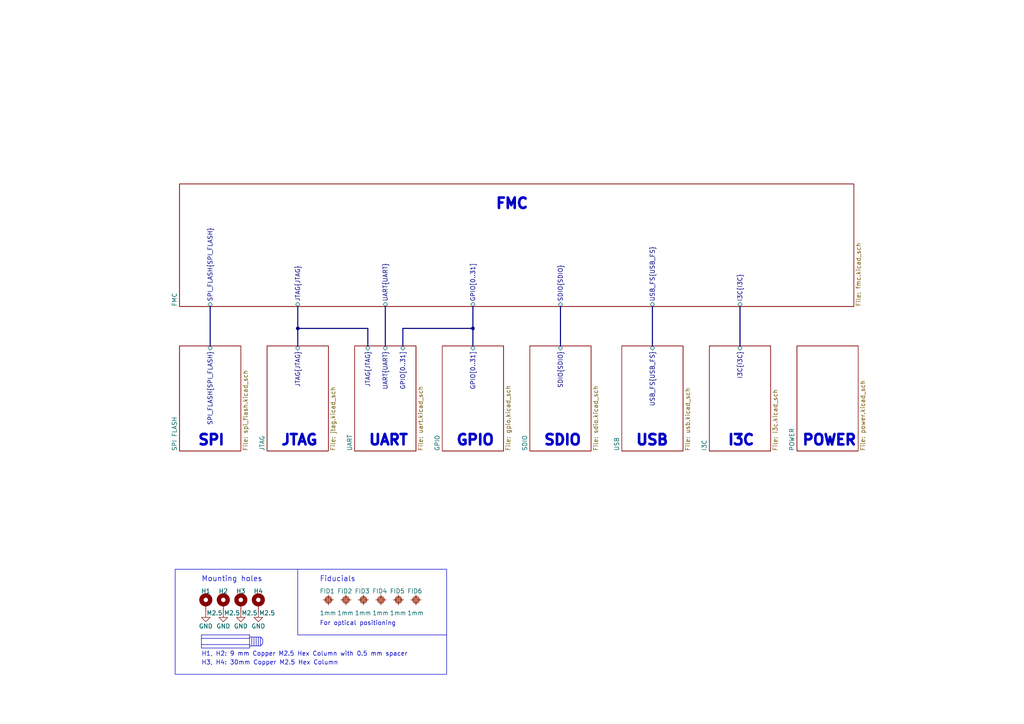
<source format=kicad_sch>
(kicad_sch (version 20230121) (generator eeschema)
  (paper "A4")
  (title_block (title "FMC of Basic Peripherals for rocket chips") (date "2023-04-23") (rev "1.0.7") (company "CHIPS Alliance") (comment 1 "Rui Huang (2023-03-02)") (comment 2 "Rui Huang (2023-03-02)") (comment 4 "Rui Huang (2023-04-23)"))
  (lib_symbols
    (symbol "CHIPSAlliance_Mechanical:Fiducial"
      (property "Reference" "FID" (at 0 5.08 0))
      (property "Value" "Fiducial" (at 0 3.175 0))
      (symbol "Fiducial_0_1"
        (polyline (pts (xy -1.524 0) (xy 1.524 0)))
        (polyline (pts (xy 0 1.524) (xy 0 -1.524)))
        (circle (center 0 0) (radius 0.508) (fill (type background)))
        (circle (center 0 0) (radius 0.762) (fill (type background)))
        (circle (center 0 0) (radius 1.016) (fill (type background)))
      )
    )
    (symbol "CHIPSAlliance_Mechanical:MountingHole_Pad" (pin_numbers hide) (pin_names (offset 1.016) hide)
      (property "Reference" "H" (at 0 6.35 0))
      (property "Value" "MountingHole_Pad" (at 0 4.445 0))
      (symbol "MountingHole_Pad_0_1"
        (circle (center 0 1.27) (radius 1.27) (stroke (width 1.27)))
      )
      (symbol "MountingHole_Pad_1_1"
        (pin input line (at 0 -2.54 90) (length 2.54) (name "1") (number "1"))
      )
    )
    (symbol "CHIPSAlliance_Power:GND" (power) (pin_names (offset 0))
      (property "Value" "GND" (at 0 -3.81 0))
      (symbol "GND_0_1"
        (polyline (pts (xy 0 0) (xy 0 -1.27) (xy 1.27 -1.27) (xy 0 -2.54) (xy -1.27 -1.27) (xy 0 -1.27)))
      )
      (symbol "GND_1_1"
        (pin power_in line (at 0 0 270) (length 0) hide (name "GND") (number "1"))
      )
    )
  )
  (bus_alias "USB_FS" (members "DET" "CON" "~{OE}" "RCV" "VP" "VM" "SPD" "SUS"))
  (junction (at 86.36 95.25))
  (junction (at 137.16 95.25))
  (polyline (pts (xy 58.42 186.944) (xy 72.39 186.944)))
  (polyline (pts (xy 72.39 187.325) (xy 75.565 187.325)))
  (polyline (pts (xy 75.565 184.785) (xy 75.565 187.325)))
  (polyline (pts (xy 73.66 184.785) (xy 73.66 187.325)))
  (polyline (pts (xy 75.565 184.785) (xy 76.2 185.42)))
  (polyline (pts (xy 86.36 184.15) (xy 129.54 184.15)))
  (polyline (pts (xy 72.39 184.785) (xy 75.565 184.785)))
  (polyline (pts (xy 58.42 187.96) (xy 72.39 187.96)))
  (bus (pts (xy 86.36 88.9) (xy 86.36 95.25)))
  (polyline (pts (xy 74.93 184.785) (xy 74.93 187.325)))
  (bus (pts (xy 111.76 88.9) (xy 111.76 100.33)))
  (polyline (pts (xy 58.42 184.15) (xy 72.39 184.15)))
  (bus (pts (xy 137.16 95.25) (xy 137.16 100.33)))
  (bus (pts (xy 137.16 88.9) (xy 137.16 95.25)))
  (bus (pts (xy 162.56 88.9) (xy 162.56 100.33)))
  (bus (pts (xy 86.36 95.25) (xy 86.36 100.33)))
  (polyline (pts (xy 72.39 184.15) (xy 72.39 187.96)))
  (bus (pts (xy 214.63 88.9) (xy 214.63 100.33)))
  (polyline (pts (xy 75.565 187.325) (xy 76.2 186.69)))
  (bus (pts (xy 116.84 95.25) (xy 137.16 95.25)))
  (polyline (pts (xy 58.42 185.166) (xy 72.39 185.166)))
  (polyline (pts (xy 74.295 184.785) (xy 74.295 187.325)))
  (bus (pts (xy 116.84 95.25) (xy 116.84 100.33)))
  (bus (pts (xy 106.68 95.25) (xy 106.68 100.33)))
  (bus (pts (xy 189.23 88.9) (xy 189.23 100.33)))
  (polyline (pts (xy 73.025 184.785) (xy 73.025 187.325)))
  (polyline (pts (xy 76.2 185.42) (xy 76.2 186.69)))
  (polyline (pts (xy 58.42 184.15) (xy 58.42 187.96)))
  (bus (pts (xy 86.36 95.25) (xy 106.68 95.25)))
  (polyline (pts (xy 86.36 165.1) (xy 86.36 184.15)))
  (bus (pts (xy 60.96 88.9) (xy 60.96 100.33)))
  (rectangle (start 50.8 165.1) (end 129.54 195.58))
  (text "GPIO" (at 132.08 129.54 0) (effects (font (size 3 3) (thickness 1) bold) (justify left bottom)))
  (text "H1, H2: 9 mm Copper M2.5 Hex Column with 0.5 mm spacer" (at 58.42 190.5 0) (effects (font (size 1.27 1.27)) (justify left bottom)))
  (text "For optical positioning" (at 92.71 181.61 0) (effects (font (size 1.27 1.27)) (justify left bottom)))
  (text "POWER" (at 232.41 129.54 0) (effects (font (size 3 3) (thickness 1) bold) (justify left bottom)))
  (text "USB" (at 184.15 129.54 0) (effects (font (size 3 3) (thickness 1) bold) (justify left bottom)))
  (text "Fiducials" (at 92.71 168.91 0) (effects (font (size 1.524 1.524)) (justify left bottom)))
  (text "FMC" (at 143.51 60.96 0) (effects (font (size 3 3) (thickness 1) bold) (justify left bottom)))
  (text "UART" (at 106.68 129.54 0) (effects (font (size 3 3) (thickness 1) bold) (justify left bottom)))
  (text "JTAG" (at 81.28 129.54 0) (effects (font (size 3 3) (thickness 1) bold) (justify left bottom)))
  (text "H3, H4: 30mm Copper M2.5 Hex Column" (at 58.42 193.04 0) (effects (font (size 1.27 1.27)) (justify left bottom)))
  (text "I3C" (at 210.82 129.54 0) (effects (font (size 3 3) (thickness 1) bold) (justify left bottom)))
  (text "Mounting holes" (at 58.42 168.91 0) (effects (font (size 1.524 1.524)) (justify left bottom)))
  (text "SPI" (at 57.15 129.54 0) (effects (font (size 3 3) (thickness 1) bold) (justify left bottom)))
  (text "SDIO" (at 157.48 129.54 0) (effects (font (size 3 3) (thickness 1) bold) (justify left bottom)))
  (symbol (lib_id "CHIPSAlliance_Mechanical:MountingHole_Pad") (at 74.93 175.26 0) (unit 1)
    (property "Reference" "H4" (at 74.93 171.45 0))
    (property "Value" "M2.5" (at 77.47 177.8 0))
    (property "Footprint" "CHIPSAlliance_MountingHole:MountingHole_2.7mm_M2.5_FMC_Pad" (effects hide))
  )
  (symbol (lib_id "CHIPSAlliance_Mechanical:Fiducial") (at 105.41 173.99 0) (unit 1)
    (property "Reference" "FID3" (at 102.87 171.45 0) (effects (justify left)))
    (property "Value" "1mm" (at 102.87 177.8 0) (effects (justify left)))
    (property "Footprint" "Fiducial:Fiducial_1mm_Mask2mm" (effects hide))
  )
  (symbol (lib_id "CHIPSAlliance_Mechanical:Fiducial") (at 120.65 173.99 0) (unit 1)
    (property "Reference" "FID6" (at 118.11 171.45 0) (effects (justify left)))
    (property "Value" "1mm" (at 118.11 177.8 0) (effects (justify left)))
    (property "Footprint" "Fiducial:Fiducial_1mm_Mask2mm" (effects hide))
  )
  (symbol (lib_id "CHIPSAlliance_Mechanical:Fiducial") (at 115.57 173.99 0) (unit 1)
    (property "Reference" "FID5" (at 113.03 171.45 0) (effects (justify left)))
    (property "Value" "1mm" (at 113.03 177.8 0) (effects (justify left)))
    (property "Footprint" "Fiducial:Fiducial_1mm_Mask2mm" (effects hide))
  )
  (symbol (lib_id "CHIPSAlliance_Mechanical:MountingHole_Pad") (at 64.77 175.26 0) (unit 1)
    (property "Reference" "H2" (at 64.77 171.45 0))
    (property "Value" "M2.5" (at 67.31 177.8 0))
    (property "Footprint" "CHIPSAlliance_MountingHole:MountingHole_2.7mm_M2.5_FMC_Pad_Via" (effects hide))
  )
  (symbol (lib_id "CHIPSAlliance_Mechanical:Fiducial") (at 110.49 173.99 0) (unit 1)
    (property "Reference" "FID4" (at 107.95 171.45 0) (effects (justify left)))
    (property "Value" "1mm" (at 107.95 177.8 0) (effects (justify left)))
    (property "Footprint" "Fiducial:Fiducial_1mm_Mask2mm" (effects hide))
  )
  (symbol (lib_id "CHIPSAlliance_Power:GND") (at 69.85 177.8 0) (unit 1)
    (property "Reference" "#PWR081" (effects hide))
    (property "Value" "GND" (at 69.85 181.61 0))
  )
  (symbol (lib_id "CHIPSAlliance_Mechanical:Fiducial") (at 100.33 173.99 0) (unit 1)
    (property "Reference" "FID2" (at 97.79 171.45 0) (effects (justify left)))
    (property "Value" "1mm" (at 97.79 177.8 0) (effects (justify left)))
    (property "Footprint" "Fiducial:Fiducial_1mm_Mask2mm" (effects hide))
  )
  (symbol (lib_id "CHIPSAlliance_Power:GND") (at 64.77 177.8 0) (unit 1)
    (property "Reference" "#PWR080" (effects hide))
    (property "Value" "GND" (at 64.77 181.61 0))
  )
  (symbol (lib_id "CHIPSAlliance_Mechanical:MountingHole_Pad") (at 59.69 175.26 0) (unit 1)
    (property "Reference" "H1" (at 59.69 171.45 0))
    (property "Value" "M2.5" (at 62.23 177.8 0))
    (property "Footprint" "CHIPSAlliance_MountingHole:MountingHole_2.7mm_M2.5_FMC_Pad_Via" (effects hide))
  )
  (symbol (lib_id "CHIPSAlliance_Mechanical:Fiducial") (at 95.25 173.99 0) (unit 1)
    (property "Reference" "FID1" (at 92.71 171.45 0) (effects (justify left)))
    (property "Value" "1mm" (at 92.71 177.8 0) (effects (justify left)))
    (property "Footprint" "Fiducial:Fiducial_1mm_Mask2mm" (effects hide))
  )
  (symbol (lib_id "CHIPSAlliance_Power:GND") (at 74.93 177.8 0) (unit 1)
    (property "Reference" "#PWR082" (effects hide))
    (property "Value" "GND" (at 74.93 181.61 0))
  )
  (symbol (lib_id "CHIPSAlliance_Mechanical:MountingHole_Pad") (at 69.85 175.26 0) (unit 1)
    (property "Reference" "H3" (at 69.85 171.45 0))
    (property "Value" "M2.5" (at 72.39 177.8 0))
    (property "Footprint" "CHIPSAlliance_MountingHole:MountingHole_2.7mm_M2.5_FMC_Pad" (effects hide))
  )
  (symbol (lib_id "CHIPSAlliance_Power:GND") (at 59.69 177.8 0) (unit 1)
    (property "Reference" "#PWR079" (effects hide))
    (property "Value" "GND" (at 59.69 181.61 0))
  )
  (sheet (at 102.87 100.33) (size 17.78 30.48) (stroke (width 0.1524))
    (property "Sheetname" "UART" (at 102.1584 130.81 90) (effects (justify left bottom)))
    (property "Sheetfile" "uart.kicad_sch" (at 121.2346 130.81 90) (effects (justify left top)))
    (pin "UART{UART}" tri_state (at 111.76 100.33 90))
    (pin "GPIO[0..31]" tri_state (at 116.84 100.33 90))
    (pin "JTAG{JTAG}" bidirectional (at 106.68 100.33 90))
  )
  (sheet (at 205.74 100.33) (size 17.78 30.48) (stroke (width 0.1524))
    (property "Sheetname" "I3C" (at 205.0284 130.81 90) (effects (justify left bottom)))
    (property "Sheetfile" "i3c.kicad_sch" (at 224.1046 130.81 90) (effects (justify left top)))
    (pin "I3C{I3C}" bidirectional (at 214.63 100.33 90))
  )
  (sheet (at 52.07 53.34) (size 195.58 35.56) (stroke (width 0.1524))
    (property "Sheetname" "FMC" (at 51.3584 88.9 90) (effects (justify left bottom)))
    (property "Sheetfile" "fmc.kicad_sch" (at 248.2346 88.9 90) (effects (justify left top)))
    (pin "UART{UART}" tri_state (at 111.76 88.9 270))
    (pin "JTAG{JTAG}" bidirectional (at 86.36 88.9 270))
    (pin "SPI_FLASH{SPI_FLASH}" bidirectional (at 60.96 88.9 270))
    (pin "USB_FS{USB_FS}" tri_state (at 189.23 88.9 270))
    (pin "SDIO{SDIO}" bidirectional (at 162.56 88.9 270))
    (pin "GPIO[0..31]" bidirectional (at 137.16 88.9 270))
    (pin "I3C{I3C}" bidirectional (at 214.63 88.9 270))
  )
  (sheet (at 180.34 100.33) (size 17.78 30.48) (stroke (width 0.1524))
    (property "Sheetname" "USB" (at 179.6284 130.81 90) (effects (justify left bottom)))
    (property "Sheetfile" "usb.kicad_sch" (at 198.7046 130.81 90) (effects (justify left top)))
    (pin "USB_FS{USB_FS}" bidirectional (at 189.23 100.33 90))
  )
  (sheet (at 77.47 100.33) (size 17.78 30.48) (stroke (width 0.1524))
    (property "Sheetname" "JTAG" (at 76.7584 130.81 90) (effects (justify left bottom)))
    (property "Sheetfile" "jtag.kicad_sch" (at 95.8346 130.81 90) (effects (justify left top)))
    (pin "JTAG{JTAG}" bidirectional (at 86.36 100.33 90))
  )
  (sheet (at 128.27 100.33) (size 17.78 30.48) (stroke (width 0.1524))
    (property "Sheetname" "GPIO" (at 127.5584 130.81 90) (effects (justify left bottom)))
    (property "Sheetfile" "gpio.kicad_sch" (at 146.6346 130.81 90) (effects (justify left top)))
    (pin "GPIO[0..31]" bidirectional (at 137.16 100.33 90))
  )
  (sheet (at 231.14 100.33) (size 17.78 30.48) (stroke (width 0.1524))
    (property "Sheetname" "POWER" (at 230.4284 130.81 90) (effects (justify left bottom)))
    (property "Sheetfile" "power.kicad_sch" (at 249.5046 130.81 90) (effects (justify left top)))
  )
  (sheet (at 52.07 100.33) (size 17.78 30.48) (stroke (width 0.1524))
    (property "Sheetname" "SPI FLASH" (at 51.3584 130.81 90) (effects (justify left bottom)))
    (property "Sheetfile" "spi_flash.kicad_sch" (at 70.4346 130.81 90) (effects (justify left top)))
    (pin "SPI_FLASH{SPI_FLASH}" bidirectional (at 60.96 100.33 90))
  )
  (sheet (at 153.67 100.33) (size 17.78 30.48) (stroke (width 0.1524))
    (property "Sheetname" "SDIO" (at 152.9584 130.81 90) (effects (justify left bottom)))
    (property "Sheetfile" "sdio.kicad_sch" (at 172.0346 130.81 90) (effects (justify left top)))
    (pin "SDIO{SDIO}" bidirectional (at 162.56 100.33 90))
  )
)
</source>
